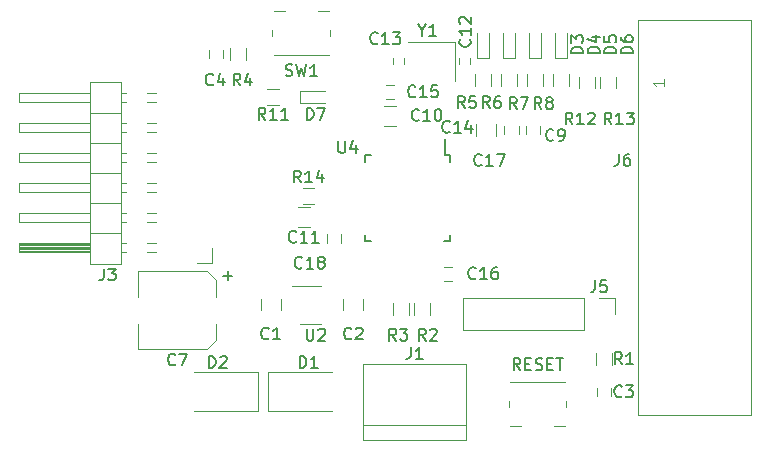
<source format=gto>
G04 #@! TF.FileFunction,Legend,Top*
%FSLAX46Y46*%
G04 Gerber Fmt 4.6, Leading zero omitted, Abs format (unit mm)*
G04 Created by KiCad (PCBNEW 4.0.6) date Fri Sep  8 15:05:28 2017*
%MOMM*%
%LPD*%
G01*
G04 APERTURE LIST*
%ADD10C,0.100000*%
%ADD11C,0.150000*%
%ADD12C,0.120000*%
G04 APERTURE END LIST*
D10*
D11*
X236347619Y-130352381D02*
X236014285Y-129876190D01*
X235776190Y-130352381D02*
X235776190Y-129352381D01*
X236157143Y-129352381D01*
X236252381Y-129400000D01*
X236300000Y-129447619D01*
X236347619Y-129542857D01*
X236347619Y-129685714D01*
X236300000Y-129780952D01*
X236252381Y-129828571D01*
X236157143Y-129876190D01*
X235776190Y-129876190D01*
X236776190Y-129828571D02*
X237109524Y-129828571D01*
X237252381Y-130352381D02*
X236776190Y-130352381D01*
X236776190Y-129352381D01*
X237252381Y-129352381D01*
X237633333Y-130304762D02*
X237776190Y-130352381D01*
X238014286Y-130352381D01*
X238109524Y-130304762D01*
X238157143Y-130257143D01*
X238204762Y-130161905D01*
X238204762Y-130066667D01*
X238157143Y-129971429D01*
X238109524Y-129923810D01*
X238014286Y-129876190D01*
X237823809Y-129828571D01*
X237728571Y-129780952D01*
X237680952Y-129733333D01*
X237633333Y-129638095D01*
X237633333Y-129542857D01*
X237680952Y-129447619D01*
X237728571Y-129400000D01*
X237823809Y-129352381D01*
X238061905Y-129352381D01*
X238204762Y-129400000D01*
X238633333Y-129828571D02*
X238966667Y-129828571D01*
X239109524Y-130352381D02*
X238633333Y-130352381D01*
X238633333Y-129352381D01*
X239109524Y-129352381D01*
X239395238Y-129352381D02*
X239966667Y-129352381D01*
X239680952Y-130352381D02*
X239680952Y-129352381D01*
D12*
X214350000Y-124300000D02*
X214350000Y-125300000D01*
X216050000Y-125300000D02*
X216050000Y-124300000D01*
X221350000Y-124300000D02*
X221350000Y-125300000D01*
X223050000Y-125300000D02*
X223050000Y-124300000D01*
X242800000Y-132550000D02*
X242800000Y-131850000D01*
X244000000Y-131850000D02*
X244000000Y-132550000D01*
X210000000Y-103950000D02*
X210000000Y-103250000D01*
X211200000Y-103250000D02*
X211200000Y-103950000D01*
X204000000Y-122000000D02*
X204000000Y-124180000D01*
X204000000Y-128600000D02*
X204000000Y-126420000D01*
X210600000Y-122760000D02*
X210600000Y-124180000D01*
X210600000Y-127840000D02*
X210600000Y-126420000D01*
X204000000Y-122000000D02*
X209840000Y-122000000D01*
X209840000Y-122000000D02*
X210600000Y-122760000D01*
X210600000Y-127840000D02*
X209840000Y-128600000D01*
X209840000Y-128600000D02*
X204000000Y-128600000D01*
X235000000Y-110350000D02*
X235000000Y-109650000D01*
X236200000Y-109650000D02*
X236200000Y-110350000D01*
X225800000Y-107950000D02*
X224800000Y-107950000D01*
X224800000Y-109650000D02*
X225800000Y-109650000D01*
X217500000Y-118250000D02*
X218500000Y-118250000D01*
X218500000Y-116550000D02*
X217500000Y-116550000D01*
X232070000Y-104450000D02*
X232070000Y-103950000D01*
X231130000Y-103950000D02*
X231130000Y-104450000D01*
X225530000Y-103950000D02*
X225530000Y-104450000D01*
X226470000Y-104450000D02*
X226470000Y-103950000D01*
X232550000Y-109500000D02*
X232550000Y-110500000D01*
X234250000Y-110500000D02*
X234250000Y-109500000D01*
X224950000Y-106200000D02*
X225650000Y-106200000D01*
X225650000Y-107400000D02*
X224950000Y-107400000D01*
X230550000Y-122800000D02*
X229850000Y-122800000D01*
X229850000Y-121600000D02*
X230550000Y-121600000D01*
X238000000Y-109650000D02*
X238000000Y-110350000D01*
X236800000Y-110350000D02*
X236800000Y-109650000D01*
X220000000Y-119550000D02*
X220000000Y-118850000D01*
X221200000Y-118850000D02*
X221200000Y-119550000D01*
X215000000Y-130550000D02*
X215000000Y-133850000D01*
X215000000Y-133850000D02*
X220400000Y-133850000D01*
X215000000Y-130550000D02*
X220400000Y-130550000D01*
X214100000Y-133850000D02*
X214100000Y-130550000D01*
X214100000Y-130550000D02*
X208700000Y-130550000D01*
X214100000Y-133850000D02*
X208700000Y-133850000D01*
X232700000Y-103900000D02*
X233700000Y-103900000D01*
X233700000Y-103900000D02*
X233700000Y-101800000D01*
X232700000Y-103900000D02*
X232700000Y-101800000D01*
X234900000Y-103900000D02*
X235900000Y-103900000D01*
X235900000Y-103900000D02*
X235900000Y-101800000D01*
X234900000Y-103900000D02*
X234900000Y-101800000D01*
X237100000Y-103900000D02*
X238100000Y-103900000D01*
X238100000Y-103900000D02*
X238100000Y-101800000D01*
X237100000Y-103900000D02*
X237100000Y-101800000D01*
X239300000Y-103900000D02*
X240300000Y-103900000D01*
X240300000Y-103900000D02*
X240300000Y-101800000D01*
X239300000Y-103900000D02*
X239300000Y-101800000D01*
X217700000Y-106700000D02*
X217700000Y-107700000D01*
X217700000Y-107700000D02*
X219800000Y-107700000D01*
X217700000Y-106700000D02*
X219800000Y-106700000D01*
X223050000Y-136230000D02*
X231750000Y-136230000D01*
X223050000Y-129820000D02*
X231750000Y-129820000D01*
X231750000Y-129820000D02*
X231750000Y-136230000D01*
X231750000Y-135000000D02*
X223050000Y-135000000D01*
X223050000Y-136230000D02*
X223050000Y-129820000D01*
X202520000Y-121330000D02*
X202520000Y-118730000D01*
X202520000Y-118730000D02*
X199900000Y-118730000D01*
X199900000Y-118730000D02*
X199900000Y-121330000D01*
X199900000Y-121330000D02*
X202520000Y-121330000D01*
X199900000Y-120380000D02*
X199900000Y-119620000D01*
X199900000Y-119620000D02*
X193900000Y-119620000D01*
X193900000Y-119620000D02*
X193900000Y-120380000D01*
X193900000Y-120380000D02*
X199900000Y-120380000D01*
X202950000Y-120380000D02*
X202520000Y-120380000D01*
X202950000Y-119620000D02*
X202520000Y-119620000D01*
X205490000Y-120380000D02*
X204770000Y-120380000D01*
X205490000Y-119620000D02*
X204770000Y-119620000D01*
X199900000Y-120260000D02*
X193900000Y-120260000D01*
X199900000Y-120140000D02*
X193900000Y-120140000D01*
X199900000Y-120020000D02*
X193900000Y-120020000D01*
X199900000Y-119900000D02*
X193900000Y-119900000D01*
X199900000Y-119780000D02*
X193900000Y-119780000D01*
X199900000Y-119660000D02*
X193900000Y-119660000D01*
X202520000Y-118730000D02*
X202520000Y-116190000D01*
X202520000Y-116190000D02*
X199900000Y-116190000D01*
X199900000Y-116190000D02*
X199900000Y-118730000D01*
X199900000Y-118730000D02*
X202520000Y-118730000D01*
X199900000Y-117840000D02*
X199900000Y-117080000D01*
X199900000Y-117080000D02*
X193900000Y-117080000D01*
X193900000Y-117080000D02*
X193900000Y-117840000D01*
X193900000Y-117840000D02*
X199900000Y-117840000D01*
X202950000Y-117840000D02*
X202520000Y-117840000D01*
X202950000Y-117080000D02*
X202520000Y-117080000D01*
X205490000Y-117840000D02*
X204770000Y-117840000D01*
X205490000Y-117080000D02*
X204770000Y-117080000D01*
X202520000Y-116190000D02*
X202520000Y-113650000D01*
X202520000Y-113650000D02*
X199900000Y-113650000D01*
X199900000Y-113650000D02*
X199900000Y-116190000D01*
X199900000Y-116190000D02*
X202520000Y-116190000D01*
X199900000Y-115300000D02*
X199900000Y-114540000D01*
X199900000Y-114540000D02*
X193900000Y-114540000D01*
X193900000Y-114540000D02*
X193900000Y-115300000D01*
X193900000Y-115300000D02*
X199900000Y-115300000D01*
X202950000Y-115300000D02*
X202520000Y-115300000D01*
X202950000Y-114540000D02*
X202520000Y-114540000D01*
X205490000Y-115300000D02*
X204770000Y-115300000D01*
X205490000Y-114540000D02*
X204770000Y-114540000D01*
X202520000Y-113650000D02*
X202520000Y-111110000D01*
X202520000Y-111110000D02*
X199900000Y-111110000D01*
X199900000Y-111110000D02*
X199900000Y-113650000D01*
X199900000Y-113650000D02*
X202520000Y-113650000D01*
X199900000Y-112760000D02*
X199900000Y-112000000D01*
X199900000Y-112000000D02*
X193900000Y-112000000D01*
X193900000Y-112000000D02*
X193900000Y-112760000D01*
X193900000Y-112760000D02*
X199900000Y-112760000D01*
X202950000Y-112760000D02*
X202520000Y-112760000D01*
X202950000Y-112000000D02*
X202520000Y-112000000D01*
X205490000Y-112760000D02*
X204770000Y-112760000D01*
X205490000Y-112000000D02*
X204770000Y-112000000D01*
X202520000Y-111110000D02*
X202520000Y-108570000D01*
X202520000Y-108570000D02*
X199900000Y-108570000D01*
X199900000Y-108570000D02*
X199900000Y-111110000D01*
X199900000Y-111110000D02*
X202520000Y-111110000D01*
X199900000Y-110220000D02*
X199900000Y-109460000D01*
X199900000Y-109460000D02*
X193900000Y-109460000D01*
X193900000Y-109460000D02*
X193900000Y-110220000D01*
X193900000Y-110220000D02*
X199900000Y-110220000D01*
X202950000Y-110220000D02*
X202520000Y-110220000D01*
X202950000Y-109460000D02*
X202520000Y-109460000D01*
X205490000Y-110220000D02*
X204770000Y-110220000D01*
X205490000Y-109460000D02*
X204770000Y-109460000D01*
X202520000Y-108570000D02*
X202520000Y-105970000D01*
X202520000Y-105970000D02*
X199900000Y-105970000D01*
X199900000Y-105970000D02*
X199900000Y-108570000D01*
X199900000Y-108570000D02*
X202520000Y-108570000D01*
X199900000Y-107680000D02*
X199900000Y-106920000D01*
X199900000Y-106920000D02*
X193900000Y-106920000D01*
X193900000Y-106920000D02*
X193900000Y-107680000D01*
X193900000Y-107680000D02*
X199900000Y-107680000D01*
X202950000Y-107680000D02*
X202520000Y-107680000D01*
X202950000Y-106920000D02*
X202520000Y-106920000D01*
X205490000Y-107680000D02*
X204770000Y-107680000D01*
X205490000Y-106920000D02*
X204770000Y-106920000D01*
X210210000Y-120000000D02*
X210210000Y-121270000D01*
X210210000Y-121270000D02*
X208940000Y-121270000D01*
X231510000Y-124270000D02*
X231510000Y-126930000D01*
X241730000Y-124270000D02*
X231510000Y-124270000D01*
X241730000Y-126930000D02*
X231510000Y-126930000D01*
X241730000Y-124270000D02*
X241730000Y-126930000D01*
X243000000Y-124270000D02*
X244330000Y-124270000D01*
X244330000Y-124270000D02*
X244330000Y-125600000D01*
X242720000Y-129900000D02*
X242720000Y-128900000D01*
X244080000Y-128900000D02*
X244080000Y-129900000D01*
X227320000Y-125700000D02*
X227320000Y-124700000D01*
X228680000Y-124700000D02*
X228680000Y-125700000D01*
X225520000Y-125700000D02*
X225520000Y-124700000D01*
X226880000Y-124700000D02*
X226880000Y-125700000D01*
X211720000Y-104100000D02*
X211720000Y-103100000D01*
X213080000Y-103100000D02*
X213080000Y-104100000D01*
X233880000Y-105300000D02*
X233880000Y-106300000D01*
X232520000Y-106300000D02*
X232520000Y-105300000D01*
X236080000Y-105300000D02*
X236080000Y-106300000D01*
X234720000Y-106300000D02*
X234720000Y-105300000D01*
X238280000Y-105300000D02*
X238280000Y-106300000D01*
X236920000Y-106300000D02*
X236920000Y-105300000D01*
X240480000Y-105300000D02*
X240480000Y-106300000D01*
X239120000Y-106300000D02*
X239120000Y-105300000D01*
X215900000Y-107880000D02*
X214900000Y-107880000D01*
X214900000Y-106520000D02*
X215900000Y-106520000D01*
X242680000Y-105500000D02*
X242680000Y-106500000D01*
X241320000Y-106500000D02*
X241320000Y-105500000D01*
X244480000Y-105500000D02*
X244480000Y-106500000D01*
X243120000Y-106500000D02*
X243120000Y-105500000D01*
X217900000Y-114920000D02*
X218900000Y-114920000D01*
X218900000Y-116280000D02*
X217900000Y-116280000D01*
X220150000Y-99950000D02*
X219225000Y-99950000D01*
X220150000Y-103650000D02*
X215450000Y-103650000D01*
X215350000Y-102075000D02*
X215350000Y-101525000D01*
X220250000Y-102075000D02*
X220250000Y-101525000D01*
X216375000Y-99950000D02*
X215450000Y-99950000D01*
X235450000Y-135050000D02*
X236375000Y-135050000D01*
X235450000Y-131350000D02*
X240150000Y-131350000D01*
X240250000Y-132925000D02*
X240250000Y-133475000D01*
X235350000Y-132925000D02*
X235350000Y-133475000D01*
X239225000Y-135050000D02*
X240150000Y-135050000D01*
X217700000Y-126410000D02*
X219500000Y-126410000D01*
X219500000Y-123190000D02*
X217050000Y-123190000D01*
X230800000Y-105850000D02*
X230800000Y-102550000D01*
X230800000Y-102550000D02*
X226800000Y-102550000D01*
X255870000Y-100670000D02*
X255870000Y-134190000D01*
X255870000Y-134190000D02*
X246270000Y-134190000D01*
X246270000Y-134190000D02*
X246270000Y-100670000D01*
X246270000Y-100670000D02*
X255870000Y-100670000D01*
D11*
X230425000Y-112175000D02*
X230000000Y-112175000D01*
X230425000Y-119425000D02*
X229900000Y-119425000D01*
X223175000Y-119425000D02*
X223700000Y-119425000D01*
X223175000Y-112175000D02*
X223700000Y-112175000D01*
X230425000Y-112175000D02*
X230425000Y-112700000D01*
X223175000Y-112175000D02*
X223175000Y-112700000D01*
X223175000Y-119425000D02*
X223175000Y-118900000D01*
X230425000Y-119425000D02*
X230425000Y-118900000D01*
X230000000Y-112175000D02*
X230000000Y-110800000D01*
X215033334Y-127657143D02*
X214985715Y-127704762D01*
X214842858Y-127752381D01*
X214747620Y-127752381D01*
X214604762Y-127704762D01*
X214509524Y-127609524D01*
X214461905Y-127514286D01*
X214414286Y-127323810D01*
X214414286Y-127180952D01*
X214461905Y-126990476D01*
X214509524Y-126895238D01*
X214604762Y-126800000D01*
X214747620Y-126752381D01*
X214842858Y-126752381D01*
X214985715Y-126800000D01*
X215033334Y-126847619D01*
X215985715Y-127752381D02*
X215414286Y-127752381D01*
X215700000Y-127752381D02*
X215700000Y-126752381D01*
X215604762Y-126895238D01*
X215509524Y-126990476D01*
X215414286Y-127038095D01*
X222033334Y-127657143D02*
X221985715Y-127704762D01*
X221842858Y-127752381D01*
X221747620Y-127752381D01*
X221604762Y-127704762D01*
X221509524Y-127609524D01*
X221461905Y-127514286D01*
X221414286Y-127323810D01*
X221414286Y-127180952D01*
X221461905Y-126990476D01*
X221509524Y-126895238D01*
X221604762Y-126800000D01*
X221747620Y-126752381D01*
X221842858Y-126752381D01*
X221985715Y-126800000D01*
X222033334Y-126847619D01*
X222414286Y-126847619D02*
X222461905Y-126800000D01*
X222557143Y-126752381D01*
X222795239Y-126752381D01*
X222890477Y-126800000D01*
X222938096Y-126847619D01*
X222985715Y-126942857D01*
X222985715Y-127038095D01*
X222938096Y-127180952D01*
X222366667Y-127752381D01*
X222985715Y-127752381D01*
X244933334Y-132557143D02*
X244885715Y-132604762D01*
X244742858Y-132652381D01*
X244647620Y-132652381D01*
X244504762Y-132604762D01*
X244409524Y-132509524D01*
X244361905Y-132414286D01*
X244314286Y-132223810D01*
X244314286Y-132080952D01*
X244361905Y-131890476D01*
X244409524Y-131795238D01*
X244504762Y-131700000D01*
X244647620Y-131652381D01*
X244742858Y-131652381D01*
X244885715Y-131700000D01*
X244933334Y-131747619D01*
X245266667Y-131652381D02*
X245885715Y-131652381D01*
X245552381Y-132033333D01*
X245695239Y-132033333D01*
X245790477Y-132080952D01*
X245838096Y-132128571D01*
X245885715Y-132223810D01*
X245885715Y-132461905D01*
X245838096Y-132557143D01*
X245790477Y-132604762D01*
X245695239Y-132652381D01*
X245409524Y-132652381D01*
X245314286Y-132604762D01*
X245266667Y-132557143D01*
X210333334Y-106157143D02*
X210285715Y-106204762D01*
X210142858Y-106252381D01*
X210047620Y-106252381D01*
X209904762Y-106204762D01*
X209809524Y-106109524D01*
X209761905Y-106014286D01*
X209714286Y-105823810D01*
X209714286Y-105680952D01*
X209761905Y-105490476D01*
X209809524Y-105395238D01*
X209904762Y-105300000D01*
X210047620Y-105252381D01*
X210142858Y-105252381D01*
X210285715Y-105300000D01*
X210333334Y-105347619D01*
X211190477Y-105585714D02*
X211190477Y-106252381D01*
X210952381Y-105204762D02*
X210714286Y-105919048D01*
X211333334Y-105919048D01*
X207133334Y-129857143D02*
X207085715Y-129904762D01*
X206942858Y-129952381D01*
X206847620Y-129952381D01*
X206704762Y-129904762D01*
X206609524Y-129809524D01*
X206561905Y-129714286D01*
X206514286Y-129523810D01*
X206514286Y-129380952D01*
X206561905Y-129190476D01*
X206609524Y-129095238D01*
X206704762Y-129000000D01*
X206847620Y-128952381D01*
X206942858Y-128952381D01*
X207085715Y-129000000D01*
X207133334Y-129047619D01*
X207466667Y-128952381D02*
X208133334Y-128952381D01*
X207704762Y-129952381D01*
X211199048Y-122361429D02*
X211960953Y-122361429D01*
X211580001Y-122742381D02*
X211580001Y-121980476D01*
X239133334Y-110857143D02*
X239085715Y-110904762D01*
X238942858Y-110952381D01*
X238847620Y-110952381D01*
X238704762Y-110904762D01*
X238609524Y-110809524D01*
X238561905Y-110714286D01*
X238514286Y-110523810D01*
X238514286Y-110380952D01*
X238561905Y-110190476D01*
X238609524Y-110095238D01*
X238704762Y-110000000D01*
X238847620Y-109952381D01*
X238942858Y-109952381D01*
X239085715Y-110000000D01*
X239133334Y-110047619D01*
X239609524Y-110952381D02*
X239800000Y-110952381D01*
X239895239Y-110904762D01*
X239942858Y-110857143D01*
X240038096Y-110714286D01*
X240085715Y-110523810D01*
X240085715Y-110142857D01*
X240038096Y-110047619D01*
X239990477Y-110000000D01*
X239895239Y-109952381D01*
X239704762Y-109952381D01*
X239609524Y-110000000D01*
X239561905Y-110047619D01*
X239514286Y-110142857D01*
X239514286Y-110380952D01*
X239561905Y-110476190D01*
X239609524Y-110523810D01*
X239704762Y-110571429D01*
X239895239Y-110571429D01*
X239990477Y-110523810D01*
X240038096Y-110476190D01*
X240085715Y-110380952D01*
X227757143Y-109157143D02*
X227709524Y-109204762D01*
X227566667Y-109252381D01*
X227471429Y-109252381D01*
X227328571Y-109204762D01*
X227233333Y-109109524D01*
X227185714Y-109014286D01*
X227138095Y-108823810D01*
X227138095Y-108680952D01*
X227185714Y-108490476D01*
X227233333Y-108395238D01*
X227328571Y-108300000D01*
X227471429Y-108252381D01*
X227566667Y-108252381D01*
X227709524Y-108300000D01*
X227757143Y-108347619D01*
X228709524Y-109252381D02*
X228138095Y-109252381D01*
X228423809Y-109252381D02*
X228423809Y-108252381D01*
X228328571Y-108395238D01*
X228233333Y-108490476D01*
X228138095Y-108538095D01*
X229328571Y-108252381D02*
X229423810Y-108252381D01*
X229519048Y-108300000D01*
X229566667Y-108347619D01*
X229614286Y-108442857D01*
X229661905Y-108633333D01*
X229661905Y-108871429D01*
X229614286Y-109061905D01*
X229566667Y-109157143D01*
X229519048Y-109204762D01*
X229423810Y-109252381D01*
X229328571Y-109252381D01*
X229233333Y-109204762D01*
X229185714Y-109157143D01*
X229138095Y-109061905D01*
X229090476Y-108871429D01*
X229090476Y-108633333D01*
X229138095Y-108442857D01*
X229185714Y-108347619D01*
X229233333Y-108300000D01*
X229328571Y-108252381D01*
X217357143Y-119457143D02*
X217309524Y-119504762D01*
X217166667Y-119552381D01*
X217071429Y-119552381D01*
X216928571Y-119504762D01*
X216833333Y-119409524D01*
X216785714Y-119314286D01*
X216738095Y-119123810D01*
X216738095Y-118980952D01*
X216785714Y-118790476D01*
X216833333Y-118695238D01*
X216928571Y-118600000D01*
X217071429Y-118552381D01*
X217166667Y-118552381D01*
X217309524Y-118600000D01*
X217357143Y-118647619D01*
X218309524Y-119552381D02*
X217738095Y-119552381D01*
X218023809Y-119552381D02*
X218023809Y-118552381D01*
X217928571Y-118695238D01*
X217833333Y-118790476D01*
X217738095Y-118838095D01*
X219261905Y-119552381D02*
X218690476Y-119552381D01*
X218976190Y-119552381D02*
X218976190Y-118552381D01*
X218880952Y-118695238D01*
X218785714Y-118790476D01*
X218690476Y-118838095D01*
X232057143Y-102342857D02*
X232104762Y-102390476D01*
X232152381Y-102533333D01*
X232152381Y-102628571D01*
X232104762Y-102771429D01*
X232009524Y-102866667D01*
X231914286Y-102914286D01*
X231723810Y-102961905D01*
X231580952Y-102961905D01*
X231390476Y-102914286D01*
X231295238Y-102866667D01*
X231200000Y-102771429D01*
X231152381Y-102628571D01*
X231152381Y-102533333D01*
X231200000Y-102390476D01*
X231247619Y-102342857D01*
X232152381Y-101390476D02*
X232152381Y-101961905D01*
X232152381Y-101676191D02*
X231152381Y-101676191D01*
X231295238Y-101771429D01*
X231390476Y-101866667D01*
X231438095Y-101961905D01*
X231247619Y-101009524D02*
X231200000Y-100961905D01*
X231152381Y-100866667D01*
X231152381Y-100628571D01*
X231200000Y-100533333D01*
X231247619Y-100485714D01*
X231342857Y-100438095D01*
X231438095Y-100438095D01*
X231580952Y-100485714D01*
X232152381Y-101057143D01*
X232152381Y-100438095D01*
X224257143Y-102657143D02*
X224209524Y-102704762D01*
X224066667Y-102752381D01*
X223971429Y-102752381D01*
X223828571Y-102704762D01*
X223733333Y-102609524D01*
X223685714Y-102514286D01*
X223638095Y-102323810D01*
X223638095Y-102180952D01*
X223685714Y-101990476D01*
X223733333Y-101895238D01*
X223828571Y-101800000D01*
X223971429Y-101752381D01*
X224066667Y-101752381D01*
X224209524Y-101800000D01*
X224257143Y-101847619D01*
X225209524Y-102752381D02*
X224638095Y-102752381D01*
X224923809Y-102752381D02*
X224923809Y-101752381D01*
X224828571Y-101895238D01*
X224733333Y-101990476D01*
X224638095Y-102038095D01*
X225542857Y-101752381D02*
X226161905Y-101752381D01*
X225828571Y-102133333D01*
X225971429Y-102133333D01*
X226066667Y-102180952D01*
X226114286Y-102228571D01*
X226161905Y-102323810D01*
X226161905Y-102561905D01*
X226114286Y-102657143D01*
X226066667Y-102704762D01*
X225971429Y-102752381D01*
X225685714Y-102752381D01*
X225590476Y-102704762D01*
X225542857Y-102657143D01*
X230357143Y-110157143D02*
X230309524Y-110204762D01*
X230166667Y-110252381D01*
X230071429Y-110252381D01*
X229928571Y-110204762D01*
X229833333Y-110109524D01*
X229785714Y-110014286D01*
X229738095Y-109823810D01*
X229738095Y-109680952D01*
X229785714Y-109490476D01*
X229833333Y-109395238D01*
X229928571Y-109300000D01*
X230071429Y-109252381D01*
X230166667Y-109252381D01*
X230309524Y-109300000D01*
X230357143Y-109347619D01*
X231309524Y-110252381D02*
X230738095Y-110252381D01*
X231023809Y-110252381D02*
X231023809Y-109252381D01*
X230928571Y-109395238D01*
X230833333Y-109490476D01*
X230738095Y-109538095D01*
X232166667Y-109585714D02*
X232166667Y-110252381D01*
X231928571Y-109204762D02*
X231690476Y-109919048D01*
X232309524Y-109919048D01*
X227457143Y-107157143D02*
X227409524Y-107204762D01*
X227266667Y-107252381D01*
X227171429Y-107252381D01*
X227028571Y-107204762D01*
X226933333Y-107109524D01*
X226885714Y-107014286D01*
X226838095Y-106823810D01*
X226838095Y-106680952D01*
X226885714Y-106490476D01*
X226933333Y-106395238D01*
X227028571Y-106300000D01*
X227171429Y-106252381D01*
X227266667Y-106252381D01*
X227409524Y-106300000D01*
X227457143Y-106347619D01*
X228409524Y-107252381D02*
X227838095Y-107252381D01*
X228123809Y-107252381D02*
X228123809Y-106252381D01*
X228028571Y-106395238D01*
X227933333Y-106490476D01*
X227838095Y-106538095D01*
X229314286Y-106252381D02*
X228838095Y-106252381D01*
X228790476Y-106728571D01*
X228838095Y-106680952D01*
X228933333Y-106633333D01*
X229171429Y-106633333D01*
X229266667Y-106680952D01*
X229314286Y-106728571D01*
X229361905Y-106823810D01*
X229361905Y-107061905D01*
X229314286Y-107157143D01*
X229266667Y-107204762D01*
X229171429Y-107252381D01*
X228933333Y-107252381D01*
X228838095Y-107204762D01*
X228790476Y-107157143D01*
X232557143Y-122557143D02*
X232509524Y-122604762D01*
X232366667Y-122652381D01*
X232271429Y-122652381D01*
X232128571Y-122604762D01*
X232033333Y-122509524D01*
X231985714Y-122414286D01*
X231938095Y-122223810D01*
X231938095Y-122080952D01*
X231985714Y-121890476D01*
X232033333Y-121795238D01*
X232128571Y-121700000D01*
X232271429Y-121652381D01*
X232366667Y-121652381D01*
X232509524Y-121700000D01*
X232557143Y-121747619D01*
X233509524Y-122652381D02*
X232938095Y-122652381D01*
X233223809Y-122652381D02*
X233223809Y-121652381D01*
X233128571Y-121795238D01*
X233033333Y-121890476D01*
X232938095Y-121938095D01*
X234366667Y-121652381D02*
X234176190Y-121652381D01*
X234080952Y-121700000D01*
X234033333Y-121747619D01*
X233938095Y-121890476D01*
X233890476Y-122080952D01*
X233890476Y-122461905D01*
X233938095Y-122557143D01*
X233985714Y-122604762D01*
X234080952Y-122652381D01*
X234271429Y-122652381D01*
X234366667Y-122604762D01*
X234414286Y-122557143D01*
X234461905Y-122461905D01*
X234461905Y-122223810D01*
X234414286Y-122128571D01*
X234366667Y-122080952D01*
X234271429Y-122033333D01*
X234080952Y-122033333D01*
X233985714Y-122080952D01*
X233938095Y-122128571D01*
X233890476Y-122223810D01*
X233057143Y-112957143D02*
X233009524Y-113004762D01*
X232866667Y-113052381D01*
X232771429Y-113052381D01*
X232628571Y-113004762D01*
X232533333Y-112909524D01*
X232485714Y-112814286D01*
X232438095Y-112623810D01*
X232438095Y-112480952D01*
X232485714Y-112290476D01*
X232533333Y-112195238D01*
X232628571Y-112100000D01*
X232771429Y-112052381D01*
X232866667Y-112052381D01*
X233009524Y-112100000D01*
X233057143Y-112147619D01*
X234009524Y-113052381D02*
X233438095Y-113052381D01*
X233723809Y-113052381D02*
X233723809Y-112052381D01*
X233628571Y-112195238D01*
X233533333Y-112290476D01*
X233438095Y-112338095D01*
X234342857Y-112052381D02*
X235009524Y-112052381D01*
X234580952Y-113052381D01*
X217857143Y-121657143D02*
X217809524Y-121704762D01*
X217666667Y-121752381D01*
X217571429Y-121752381D01*
X217428571Y-121704762D01*
X217333333Y-121609524D01*
X217285714Y-121514286D01*
X217238095Y-121323810D01*
X217238095Y-121180952D01*
X217285714Y-120990476D01*
X217333333Y-120895238D01*
X217428571Y-120800000D01*
X217571429Y-120752381D01*
X217666667Y-120752381D01*
X217809524Y-120800000D01*
X217857143Y-120847619D01*
X218809524Y-121752381D02*
X218238095Y-121752381D01*
X218523809Y-121752381D02*
X218523809Y-120752381D01*
X218428571Y-120895238D01*
X218333333Y-120990476D01*
X218238095Y-121038095D01*
X219380952Y-121180952D02*
X219285714Y-121133333D01*
X219238095Y-121085714D01*
X219190476Y-120990476D01*
X219190476Y-120942857D01*
X219238095Y-120847619D01*
X219285714Y-120800000D01*
X219380952Y-120752381D01*
X219571429Y-120752381D01*
X219666667Y-120800000D01*
X219714286Y-120847619D01*
X219761905Y-120942857D01*
X219761905Y-120990476D01*
X219714286Y-121085714D01*
X219666667Y-121133333D01*
X219571429Y-121180952D01*
X219380952Y-121180952D01*
X219285714Y-121228571D01*
X219238095Y-121276190D01*
X219190476Y-121371429D01*
X219190476Y-121561905D01*
X219238095Y-121657143D01*
X219285714Y-121704762D01*
X219380952Y-121752381D01*
X219571429Y-121752381D01*
X219666667Y-121704762D01*
X219714286Y-121657143D01*
X219761905Y-121561905D01*
X219761905Y-121371429D01*
X219714286Y-121276190D01*
X219666667Y-121228571D01*
X219571429Y-121180952D01*
X217661905Y-130152381D02*
X217661905Y-129152381D01*
X217900000Y-129152381D01*
X218042858Y-129200000D01*
X218138096Y-129295238D01*
X218185715Y-129390476D01*
X218233334Y-129580952D01*
X218233334Y-129723810D01*
X218185715Y-129914286D01*
X218138096Y-130009524D01*
X218042858Y-130104762D01*
X217900000Y-130152381D01*
X217661905Y-130152381D01*
X219185715Y-130152381D02*
X218614286Y-130152381D01*
X218900000Y-130152381D02*
X218900000Y-129152381D01*
X218804762Y-129295238D01*
X218709524Y-129390476D01*
X218614286Y-129438095D01*
X209961905Y-130152381D02*
X209961905Y-129152381D01*
X210200000Y-129152381D01*
X210342858Y-129200000D01*
X210438096Y-129295238D01*
X210485715Y-129390476D01*
X210533334Y-129580952D01*
X210533334Y-129723810D01*
X210485715Y-129914286D01*
X210438096Y-130009524D01*
X210342858Y-130104762D01*
X210200000Y-130152381D01*
X209961905Y-130152381D01*
X210914286Y-129247619D02*
X210961905Y-129200000D01*
X211057143Y-129152381D01*
X211295239Y-129152381D01*
X211390477Y-129200000D01*
X211438096Y-129247619D01*
X211485715Y-129342857D01*
X211485715Y-129438095D01*
X211438096Y-129580952D01*
X210866667Y-130152381D01*
X211485715Y-130152381D01*
X241652381Y-103538095D02*
X240652381Y-103538095D01*
X240652381Y-103300000D01*
X240700000Y-103157142D01*
X240795238Y-103061904D01*
X240890476Y-103014285D01*
X241080952Y-102966666D01*
X241223810Y-102966666D01*
X241414286Y-103014285D01*
X241509524Y-103061904D01*
X241604762Y-103157142D01*
X241652381Y-103300000D01*
X241652381Y-103538095D01*
X240652381Y-102633333D02*
X240652381Y-102014285D01*
X241033333Y-102347619D01*
X241033333Y-102204761D01*
X241080952Y-102109523D01*
X241128571Y-102061904D01*
X241223810Y-102014285D01*
X241461905Y-102014285D01*
X241557143Y-102061904D01*
X241604762Y-102109523D01*
X241652381Y-102204761D01*
X241652381Y-102490476D01*
X241604762Y-102585714D01*
X241557143Y-102633333D01*
X243052381Y-103538095D02*
X242052381Y-103538095D01*
X242052381Y-103300000D01*
X242100000Y-103157142D01*
X242195238Y-103061904D01*
X242290476Y-103014285D01*
X242480952Y-102966666D01*
X242623810Y-102966666D01*
X242814286Y-103014285D01*
X242909524Y-103061904D01*
X243004762Y-103157142D01*
X243052381Y-103300000D01*
X243052381Y-103538095D01*
X242385714Y-102109523D02*
X243052381Y-102109523D01*
X242004762Y-102347619D02*
X242719048Y-102585714D01*
X242719048Y-101966666D01*
X244452381Y-103538095D02*
X243452381Y-103538095D01*
X243452381Y-103300000D01*
X243500000Y-103157142D01*
X243595238Y-103061904D01*
X243690476Y-103014285D01*
X243880952Y-102966666D01*
X244023810Y-102966666D01*
X244214286Y-103014285D01*
X244309524Y-103061904D01*
X244404762Y-103157142D01*
X244452381Y-103300000D01*
X244452381Y-103538095D01*
X243452381Y-102061904D02*
X243452381Y-102538095D01*
X243928571Y-102585714D01*
X243880952Y-102538095D01*
X243833333Y-102442857D01*
X243833333Y-102204761D01*
X243880952Y-102109523D01*
X243928571Y-102061904D01*
X244023810Y-102014285D01*
X244261905Y-102014285D01*
X244357143Y-102061904D01*
X244404762Y-102109523D01*
X244452381Y-102204761D01*
X244452381Y-102442857D01*
X244404762Y-102538095D01*
X244357143Y-102585714D01*
X245852381Y-103538095D02*
X244852381Y-103538095D01*
X244852381Y-103300000D01*
X244900000Y-103157142D01*
X244995238Y-103061904D01*
X245090476Y-103014285D01*
X245280952Y-102966666D01*
X245423810Y-102966666D01*
X245614286Y-103014285D01*
X245709524Y-103061904D01*
X245804762Y-103157142D01*
X245852381Y-103300000D01*
X245852381Y-103538095D01*
X244852381Y-102109523D02*
X244852381Y-102300000D01*
X244900000Y-102395238D01*
X244947619Y-102442857D01*
X245090476Y-102538095D01*
X245280952Y-102585714D01*
X245661905Y-102585714D01*
X245757143Y-102538095D01*
X245804762Y-102490476D01*
X245852381Y-102395238D01*
X245852381Y-102204761D01*
X245804762Y-102109523D01*
X245757143Y-102061904D01*
X245661905Y-102014285D01*
X245423810Y-102014285D01*
X245328571Y-102061904D01*
X245280952Y-102109523D01*
X245233333Y-102204761D01*
X245233333Y-102395238D01*
X245280952Y-102490476D01*
X245328571Y-102538095D01*
X245423810Y-102585714D01*
X218261905Y-109152381D02*
X218261905Y-108152381D01*
X218500000Y-108152381D01*
X218642858Y-108200000D01*
X218738096Y-108295238D01*
X218785715Y-108390476D01*
X218833334Y-108580952D01*
X218833334Y-108723810D01*
X218785715Y-108914286D01*
X218738096Y-109009524D01*
X218642858Y-109104762D01*
X218500000Y-109152381D01*
X218261905Y-109152381D01*
X219166667Y-108152381D02*
X219833334Y-108152381D01*
X219404762Y-109152381D01*
X227066667Y-128412381D02*
X227066667Y-129126667D01*
X227019047Y-129269524D01*
X226923809Y-129364762D01*
X226780952Y-129412381D01*
X226685714Y-129412381D01*
X228066667Y-129412381D02*
X227495238Y-129412381D01*
X227780952Y-129412381D02*
X227780952Y-128412381D01*
X227685714Y-128555238D01*
X227590476Y-128650476D01*
X227495238Y-128698095D01*
X201066667Y-121752381D02*
X201066667Y-122466667D01*
X201019047Y-122609524D01*
X200923809Y-122704762D01*
X200780952Y-122752381D01*
X200685714Y-122752381D01*
X201447619Y-121752381D02*
X202066667Y-121752381D01*
X201733333Y-122133333D01*
X201876191Y-122133333D01*
X201971429Y-122180952D01*
X202019048Y-122228571D01*
X202066667Y-122323810D01*
X202066667Y-122561905D01*
X202019048Y-122657143D01*
X201971429Y-122704762D01*
X201876191Y-122752381D01*
X201590476Y-122752381D01*
X201495238Y-122704762D01*
X201447619Y-122657143D01*
X242666667Y-122752381D02*
X242666667Y-123466667D01*
X242619047Y-123609524D01*
X242523809Y-123704762D01*
X242380952Y-123752381D01*
X242285714Y-123752381D01*
X243619048Y-122752381D02*
X243142857Y-122752381D01*
X243095238Y-123228571D01*
X243142857Y-123180952D01*
X243238095Y-123133333D01*
X243476191Y-123133333D01*
X243571429Y-123180952D01*
X243619048Y-123228571D01*
X243666667Y-123323810D01*
X243666667Y-123561905D01*
X243619048Y-123657143D01*
X243571429Y-123704762D01*
X243476191Y-123752381D01*
X243238095Y-123752381D01*
X243142857Y-123704762D01*
X243095238Y-123657143D01*
X244933334Y-129852381D02*
X244600000Y-129376190D01*
X244361905Y-129852381D02*
X244361905Y-128852381D01*
X244742858Y-128852381D01*
X244838096Y-128900000D01*
X244885715Y-128947619D01*
X244933334Y-129042857D01*
X244933334Y-129185714D01*
X244885715Y-129280952D01*
X244838096Y-129328571D01*
X244742858Y-129376190D01*
X244361905Y-129376190D01*
X245885715Y-129852381D02*
X245314286Y-129852381D01*
X245600000Y-129852381D02*
X245600000Y-128852381D01*
X245504762Y-128995238D01*
X245409524Y-129090476D01*
X245314286Y-129138095D01*
X228333334Y-127852381D02*
X228000000Y-127376190D01*
X227761905Y-127852381D02*
X227761905Y-126852381D01*
X228142858Y-126852381D01*
X228238096Y-126900000D01*
X228285715Y-126947619D01*
X228333334Y-127042857D01*
X228333334Y-127185714D01*
X228285715Y-127280952D01*
X228238096Y-127328571D01*
X228142858Y-127376190D01*
X227761905Y-127376190D01*
X228714286Y-126947619D02*
X228761905Y-126900000D01*
X228857143Y-126852381D01*
X229095239Y-126852381D01*
X229190477Y-126900000D01*
X229238096Y-126947619D01*
X229285715Y-127042857D01*
X229285715Y-127138095D01*
X229238096Y-127280952D01*
X228666667Y-127852381D01*
X229285715Y-127852381D01*
X225833334Y-127852381D02*
X225500000Y-127376190D01*
X225261905Y-127852381D02*
X225261905Y-126852381D01*
X225642858Y-126852381D01*
X225738096Y-126900000D01*
X225785715Y-126947619D01*
X225833334Y-127042857D01*
X225833334Y-127185714D01*
X225785715Y-127280952D01*
X225738096Y-127328571D01*
X225642858Y-127376190D01*
X225261905Y-127376190D01*
X226166667Y-126852381D02*
X226785715Y-126852381D01*
X226452381Y-127233333D01*
X226595239Y-127233333D01*
X226690477Y-127280952D01*
X226738096Y-127328571D01*
X226785715Y-127423810D01*
X226785715Y-127661905D01*
X226738096Y-127757143D01*
X226690477Y-127804762D01*
X226595239Y-127852381D01*
X226309524Y-127852381D01*
X226214286Y-127804762D01*
X226166667Y-127757143D01*
X212633334Y-106252381D02*
X212300000Y-105776190D01*
X212061905Y-106252381D02*
X212061905Y-105252381D01*
X212442858Y-105252381D01*
X212538096Y-105300000D01*
X212585715Y-105347619D01*
X212633334Y-105442857D01*
X212633334Y-105585714D01*
X212585715Y-105680952D01*
X212538096Y-105728571D01*
X212442858Y-105776190D01*
X212061905Y-105776190D01*
X213490477Y-105585714D02*
X213490477Y-106252381D01*
X213252381Y-105204762D02*
X213014286Y-105919048D01*
X213633334Y-105919048D01*
X231633334Y-108152381D02*
X231300000Y-107676190D01*
X231061905Y-108152381D02*
X231061905Y-107152381D01*
X231442858Y-107152381D01*
X231538096Y-107200000D01*
X231585715Y-107247619D01*
X231633334Y-107342857D01*
X231633334Y-107485714D01*
X231585715Y-107580952D01*
X231538096Y-107628571D01*
X231442858Y-107676190D01*
X231061905Y-107676190D01*
X232538096Y-107152381D02*
X232061905Y-107152381D01*
X232014286Y-107628571D01*
X232061905Y-107580952D01*
X232157143Y-107533333D01*
X232395239Y-107533333D01*
X232490477Y-107580952D01*
X232538096Y-107628571D01*
X232585715Y-107723810D01*
X232585715Y-107961905D01*
X232538096Y-108057143D01*
X232490477Y-108104762D01*
X232395239Y-108152381D01*
X232157143Y-108152381D01*
X232061905Y-108104762D01*
X232014286Y-108057143D01*
X233733334Y-108152381D02*
X233400000Y-107676190D01*
X233161905Y-108152381D02*
X233161905Y-107152381D01*
X233542858Y-107152381D01*
X233638096Y-107200000D01*
X233685715Y-107247619D01*
X233733334Y-107342857D01*
X233733334Y-107485714D01*
X233685715Y-107580952D01*
X233638096Y-107628571D01*
X233542858Y-107676190D01*
X233161905Y-107676190D01*
X234590477Y-107152381D02*
X234400000Y-107152381D01*
X234304762Y-107200000D01*
X234257143Y-107247619D01*
X234161905Y-107390476D01*
X234114286Y-107580952D01*
X234114286Y-107961905D01*
X234161905Y-108057143D01*
X234209524Y-108104762D01*
X234304762Y-108152381D01*
X234495239Y-108152381D01*
X234590477Y-108104762D01*
X234638096Y-108057143D01*
X234685715Y-107961905D01*
X234685715Y-107723810D01*
X234638096Y-107628571D01*
X234590477Y-107580952D01*
X234495239Y-107533333D01*
X234304762Y-107533333D01*
X234209524Y-107580952D01*
X234161905Y-107628571D01*
X234114286Y-107723810D01*
X236033334Y-108252381D02*
X235700000Y-107776190D01*
X235461905Y-108252381D02*
X235461905Y-107252381D01*
X235842858Y-107252381D01*
X235938096Y-107300000D01*
X235985715Y-107347619D01*
X236033334Y-107442857D01*
X236033334Y-107585714D01*
X235985715Y-107680952D01*
X235938096Y-107728571D01*
X235842858Y-107776190D01*
X235461905Y-107776190D01*
X236366667Y-107252381D02*
X237033334Y-107252381D01*
X236604762Y-108252381D01*
X238133334Y-108252381D02*
X237800000Y-107776190D01*
X237561905Y-108252381D02*
X237561905Y-107252381D01*
X237942858Y-107252381D01*
X238038096Y-107300000D01*
X238085715Y-107347619D01*
X238133334Y-107442857D01*
X238133334Y-107585714D01*
X238085715Y-107680952D01*
X238038096Y-107728571D01*
X237942858Y-107776190D01*
X237561905Y-107776190D01*
X238704762Y-107680952D02*
X238609524Y-107633333D01*
X238561905Y-107585714D01*
X238514286Y-107490476D01*
X238514286Y-107442857D01*
X238561905Y-107347619D01*
X238609524Y-107300000D01*
X238704762Y-107252381D01*
X238895239Y-107252381D01*
X238990477Y-107300000D01*
X239038096Y-107347619D01*
X239085715Y-107442857D01*
X239085715Y-107490476D01*
X239038096Y-107585714D01*
X238990477Y-107633333D01*
X238895239Y-107680952D01*
X238704762Y-107680952D01*
X238609524Y-107728571D01*
X238561905Y-107776190D01*
X238514286Y-107871429D01*
X238514286Y-108061905D01*
X238561905Y-108157143D01*
X238609524Y-108204762D01*
X238704762Y-108252381D01*
X238895239Y-108252381D01*
X238990477Y-108204762D01*
X239038096Y-108157143D01*
X239085715Y-108061905D01*
X239085715Y-107871429D01*
X239038096Y-107776190D01*
X238990477Y-107728571D01*
X238895239Y-107680952D01*
X214757143Y-109152381D02*
X214423809Y-108676190D01*
X214185714Y-109152381D02*
X214185714Y-108152381D01*
X214566667Y-108152381D01*
X214661905Y-108200000D01*
X214709524Y-108247619D01*
X214757143Y-108342857D01*
X214757143Y-108485714D01*
X214709524Y-108580952D01*
X214661905Y-108628571D01*
X214566667Y-108676190D01*
X214185714Y-108676190D01*
X215709524Y-109152381D02*
X215138095Y-109152381D01*
X215423809Y-109152381D02*
X215423809Y-108152381D01*
X215328571Y-108295238D01*
X215233333Y-108390476D01*
X215138095Y-108438095D01*
X216661905Y-109152381D02*
X216090476Y-109152381D01*
X216376190Y-109152381D02*
X216376190Y-108152381D01*
X216280952Y-108295238D01*
X216185714Y-108390476D01*
X216090476Y-108438095D01*
X240757143Y-109552381D02*
X240423809Y-109076190D01*
X240185714Y-109552381D02*
X240185714Y-108552381D01*
X240566667Y-108552381D01*
X240661905Y-108600000D01*
X240709524Y-108647619D01*
X240757143Y-108742857D01*
X240757143Y-108885714D01*
X240709524Y-108980952D01*
X240661905Y-109028571D01*
X240566667Y-109076190D01*
X240185714Y-109076190D01*
X241709524Y-109552381D02*
X241138095Y-109552381D01*
X241423809Y-109552381D02*
X241423809Y-108552381D01*
X241328571Y-108695238D01*
X241233333Y-108790476D01*
X241138095Y-108838095D01*
X242090476Y-108647619D02*
X242138095Y-108600000D01*
X242233333Y-108552381D01*
X242471429Y-108552381D01*
X242566667Y-108600000D01*
X242614286Y-108647619D01*
X242661905Y-108742857D01*
X242661905Y-108838095D01*
X242614286Y-108980952D01*
X242042857Y-109552381D01*
X242661905Y-109552381D01*
X244057143Y-109552381D02*
X243723809Y-109076190D01*
X243485714Y-109552381D02*
X243485714Y-108552381D01*
X243866667Y-108552381D01*
X243961905Y-108600000D01*
X244009524Y-108647619D01*
X244057143Y-108742857D01*
X244057143Y-108885714D01*
X244009524Y-108980952D01*
X243961905Y-109028571D01*
X243866667Y-109076190D01*
X243485714Y-109076190D01*
X245009524Y-109552381D02*
X244438095Y-109552381D01*
X244723809Y-109552381D02*
X244723809Y-108552381D01*
X244628571Y-108695238D01*
X244533333Y-108790476D01*
X244438095Y-108838095D01*
X245342857Y-108552381D02*
X245961905Y-108552381D01*
X245628571Y-108933333D01*
X245771429Y-108933333D01*
X245866667Y-108980952D01*
X245914286Y-109028571D01*
X245961905Y-109123810D01*
X245961905Y-109361905D01*
X245914286Y-109457143D01*
X245866667Y-109504762D01*
X245771429Y-109552381D01*
X245485714Y-109552381D01*
X245390476Y-109504762D01*
X245342857Y-109457143D01*
X217757143Y-114452381D02*
X217423809Y-113976190D01*
X217185714Y-114452381D02*
X217185714Y-113452381D01*
X217566667Y-113452381D01*
X217661905Y-113500000D01*
X217709524Y-113547619D01*
X217757143Y-113642857D01*
X217757143Y-113785714D01*
X217709524Y-113880952D01*
X217661905Y-113928571D01*
X217566667Y-113976190D01*
X217185714Y-113976190D01*
X218709524Y-114452381D02*
X218138095Y-114452381D01*
X218423809Y-114452381D02*
X218423809Y-113452381D01*
X218328571Y-113595238D01*
X218233333Y-113690476D01*
X218138095Y-113738095D01*
X219566667Y-113785714D02*
X219566667Y-114452381D01*
X219328571Y-113404762D02*
X219090476Y-114119048D01*
X219709524Y-114119048D01*
X216466667Y-105404762D02*
X216609524Y-105452381D01*
X216847620Y-105452381D01*
X216942858Y-105404762D01*
X216990477Y-105357143D01*
X217038096Y-105261905D01*
X217038096Y-105166667D01*
X216990477Y-105071429D01*
X216942858Y-105023810D01*
X216847620Y-104976190D01*
X216657143Y-104928571D01*
X216561905Y-104880952D01*
X216514286Y-104833333D01*
X216466667Y-104738095D01*
X216466667Y-104642857D01*
X216514286Y-104547619D01*
X216561905Y-104500000D01*
X216657143Y-104452381D01*
X216895239Y-104452381D01*
X217038096Y-104500000D01*
X217371429Y-104452381D02*
X217609524Y-105452381D01*
X217800001Y-104738095D01*
X217990477Y-105452381D01*
X218228572Y-104452381D01*
X219133334Y-105452381D02*
X218561905Y-105452381D01*
X218847619Y-105452381D02*
X218847619Y-104452381D01*
X218752381Y-104595238D01*
X218657143Y-104690476D01*
X218561905Y-104738095D01*
X218238095Y-126852381D02*
X218238095Y-127661905D01*
X218285714Y-127757143D01*
X218333333Y-127804762D01*
X218428571Y-127852381D01*
X218619048Y-127852381D01*
X218714286Y-127804762D01*
X218761905Y-127757143D01*
X218809524Y-127661905D01*
X218809524Y-126852381D01*
X219238095Y-126947619D02*
X219285714Y-126900000D01*
X219380952Y-126852381D01*
X219619048Y-126852381D01*
X219714286Y-126900000D01*
X219761905Y-126947619D01*
X219809524Y-127042857D01*
X219809524Y-127138095D01*
X219761905Y-127280952D01*
X219190476Y-127852381D01*
X219809524Y-127852381D01*
X228023809Y-101576190D02*
X228023809Y-102052381D01*
X227690476Y-101052381D02*
X228023809Y-101576190D01*
X228357143Y-101052381D01*
X229214286Y-102052381D02*
X228642857Y-102052381D01*
X228928571Y-102052381D02*
X228928571Y-101052381D01*
X228833333Y-101195238D01*
X228738095Y-101290476D01*
X228642857Y-101338095D01*
X244666667Y-112052381D02*
X244666667Y-112766667D01*
X244619047Y-112909524D01*
X244523809Y-113004762D01*
X244380952Y-113052381D01*
X244285714Y-113052381D01*
X245571429Y-112052381D02*
X245380952Y-112052381D01*
X245285714Y-112100000D01*
X245238095Y-112147619D01*
X245142857Y-112290476D01*
X245095238Y-112480952D01*
X245095238Y-112861905D01*
X245142857Y-112957143D01*
X245190476Y-113004762D01*
X245285714Y-113052381D01*
X245476191Y-113052381D01*
X245571429Y-113004762D01*
X245619048Y-112957143D01*
X245666667Y-112861905D01*
X245666667Y-112623810D01*
X245619048Y-112528571D01*
X245571429Y-112480952D01*
X245476191Y-112433333D01*
X245285714Y-112433333D01*
X245190476Y-112480952D01*
X245142857Y-112528571D01*
X245095238Y-112623810D01*
D12*
X248532381Y-105734285D02*
X248532381Y-106305714D01*
X248532381Y-106020000D02*
X247532381Y-106020000D01*
X247675238Y-106115238D01*
X247770476Y-106210476D01*
X247818095Y-106305714D01*
D11*
X220938095Y-110952381D02*
X220938095Y-111761905D01*
X220985714Y-111857143D01*
X221033333Y-111904762D01*
X221128571Y-111952381D01*
X221319048Y-111952381D01*
X221414286Y-111904762D01*
X221461905Y-111857143D01*
X221509524Y-111761905D01*
X221509524Y-110952381D01*
X222414286Y-111285714D02*
X222414286Y-111952381D01*
X222176190Y-110904762D02*
X221938095Y-111619048D01*
X222557143Y-111619048D01*
M02*

</source>
